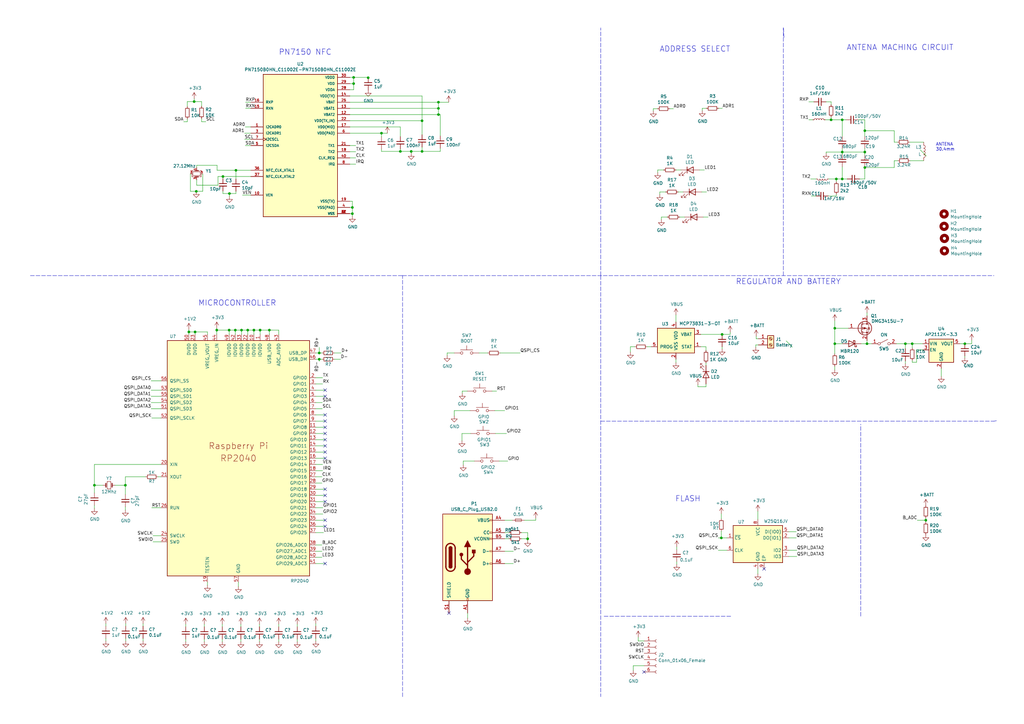
<source format=kicad_sch>
(kicad_sch (version 20211123) (generator eeschema)
  (paper "A3")
  (title_block (title "Hunter Cat NFC") (date "2020-10-05") (rev "1.2") (company "Electronic Cats") (comment 3 "Eduardo Contreras") (comment 4 "Andres Sabas"))
  (junction (at 77.47 136.144))
  (junction (at 343.027 73.406))
  (junction (at 179.832 44.45))
  (junction (at 216.408 220.98))
  (junction (at 144.526 87.63))
  (junction (at 342.392 140.97))
  (junction (at 104.14 135.382))
  (junction (at 164.211 62.103))
  (junction (at 156.464 54.61))
  (junction (at 145.034 34.29))
  (junction (at 345.44 49.149))
  (junction (at 168.656 62.103))
  (junction (at 51.435 199.009))
  (junction (at 295.8592 220.6244))
  (junction (at 345.44 62.357))
  (junction (at 96.52 135.382))
  (junction (at 354.711 62.357))
  (junction (at 91.44 72.39))
  (junction (at 374.142 140.97))
  (junction (at 296.164 137.16))
  (junction (at 340.868 49.149))
  (junction (at 345.44 73.406))
  (junction (at 110.49 135.382))
  (junction (at 96.774 69.85))
  (junction (at 379.73 213.36))
  (junction (at 94.107 79.375))
  (junction (at 79.629 41.656))
  (junction (at 342.392 134.62))
  (junction (at 151.003 31.877))
  (junction (at 179.832 46.99))
  (junction (at 354.711 68.707))
  (junction (at 130.937 147.32))
  (junction (at 371.348 140.97))
  (junction (at 80.01 136.144))
  (junction (at 80.518 78.486))
  (junction (at 99.06 135.382))
  (junction (at 130.937 144.78))
  (junction (at 395.732 140.97))
  (junction (at 144.526 85.09))
  (junction (at 145.034 31.75))
  (junction (at 173.101 49.53))
  (junction (at 179.832 41.91))
  (junction (at 355.6 140.97))
  (junction (at 38.735 199.009))
  (junction (at 173.101 62.103))
  (junction (at 354.711 53.594))
  (junction (at 101.6 135.382))
  (junction (at 106.68 135.382))
  (junction (at 88.9 135.382))
  (junction (at 93.98 135.382))
  (no_connect (at 133.35 160.02))
  (no_connect (at 133.35 162.56))
  (no_connect (at 133.35 200.66))
  (no_connect (at 133.35 203.2))
  (no_connect (at 133.35 205.74))
  (no_connect (at 133.35 213.36))
  (no_connect (at 133.35 215.9))
  (no_connect (at 133.35 185.42))
  (no_connect (at 133.35 187.96))
  (no_connect (at 133.35 170.18))
  (no_connect (at 133.35 172.72))
  (no_connect (at 133.35 175.26))
  (no_connect (at 133.35 177.8))
  (no_connect (at 133.35 180.34))
  (no_connect (at 133.35 182.88))
  (no_connect (at 264.16 275.59))
  (no_connect (at 184.15 251.46))
  (no_connect (at 133.35 231.14))
  (no_connect (at 313.3852 233.3244))
  (bus_entry (at 377.444 61.468) (size 2.54 2.54))
  (bus_entry (at 322.453 139.827) (size 2.54 2.54))
  (wire (pts (xy 287.401 137.16) (xy 296.164 137.16)))
  (wire (pts (xy 269.621 44.577) (xy 267.97 44.577)))
  (polyline (pts (xy 407.67 172.72) (xy 408.686 172.593)))
  (wire (pts (xy 173.101 62.103) (xy 180.594 62.103)))
  (wire (pts (xy 310.8452 233.3244) (xy 310.8452 235.3564)))
  (wire (pts (xy 345.44 49.149) (xy 345.44 55.88)))
  (wire (pts (xy 129.54 228.6) (xy 132.08 228.6)))
  (wire (pts (xy 286.893 69.723) (xy 288.925 69.723)))
  (wire (pts (xy 373.126 58.293) (xy 378.841 58.293)))
  (wire (pts (xy 143.51 49.53) (xy 173.101 49.53)))
  (wire (pts (xy 51.435 195.58) (xy 59.69 195.58)))
  (wire (pts (xy 98.806 262.128) (xy 98.806 263.144)))
  (wire (pts (xy 164.211 62.103) (xy 168.656 62.103)))
  (wire (pts (xy 143.51 41.91) (xy 179.832 41.91)))
  (wire (pts (xy 168.656 62.103) (xy 173.101 62.103)))
  (wire (pts (xy 51.562 256.794) (xy 51.562 255.778)))
  (wire (pts (xy 143.51 87.63) (xy 144.526 87.63)))
  (wire (pts (xy 83.82 257.048) (xy 83.82 256.032)))
  (wire (pts (xy 130.937 147.32) (xy 132.08 147.32)))
  (wire (pts (xy 277.5712 230.4034) (xy 277.5712 231.4194)))
  (wire (pts (xy 168.656 62.103) (xy 168.656 62.865)))
  (wire (pts (xy 88.9 135.382) (xy 88.9 134.62)))
  (wire (pts (xy 85.09 238.76) (xy 85.09 240.03)))
  (wire (pts (xy 151.003 31.75) (xy 151.003 31.877)))
  (wire (pts (xy 130.937 144.78) (xy 132.08 144.78)))
  (wire (pts (xy 296.164 137.16) (xy 299.466 137.16)))
  (polyline (pts (xy 321.31 113.03) (xy 321.31 11.43)))
  (wire (pts (xy 82.677 48.641) (xy 82.677 49.911)))
  (wire (pts (xy 129.54 167.64) (xy 132.207 167.64)))
  (wire (pts (xy 164.211 52.07) (xy 143.51 52.07)))
  (wire (pts (xy 295.8592 212.7504) (xy 295.8592 210.7184)))
  (wire (pts (xy 104.14 137.16) (xy 104.14 135.382)))
  (wire (pts (xy 357.505 140.97) (xy 355.6 140.97)))
  (wire (pts (xy 143.51 46.99) (xy 179.832 46.99)))
  (wire (pts (xy 289.56 142.24) (xy 289.56 143.764)))
  (wire (pts (xy 295.8592 217.8304) (xy 295.8592 220.6244)))
  (wire (pts (xy 143.51 54.61) (xy 156.464 54.61)))
  (wire (pts (xy 129.54 185.42) (xy 133.35 185.42)))
  (wire (pts (xy 277.5712 225.3234) (xy 277.5712 224.3074)))
  (wire (pts (xy 137.16 144.78) (xy 139.954 144.78)))
  (wire (pts (xy 66.04 167.64) (xy 61.976 167.64)))
  (wire (pts (xy 76.835 48.768) (xy 76.835 49.911)))
  (wire (pts (xy 366.776 58.293) (xy 368.046 58.293)))
  (wire (pts (xy 102.87 52.07) (xy 100.584 52.07)))
  (wire (pts (xy 375.92 148.59) (xy 374.142 148.59)))
  (wire (pts (xy 193.04 177.8) (xy 189.484 177.8)))
  (wire (pts (xy 271.272 89.027) (xy 271.272 90.043)))
  (wire (pts (xy 354.711 62.357) (xy 345.44 62.357)))
  (wire (pts (xy 145.034 34.29) (xy 145.034 31.75)))
  (polyline (pts (xy 353.06 215.4428) (xy 353.06 173.99)))
  (wire (pts (xy 129.54 157.48) (xy 132.334 157.48)))
  (wire (pts (xy 129.54 187.96) (xy 133.35 187.96)))
  (wire (pts (xy 340.868 49.149) (xy 338.455 49.149)))
  (wire (pts (xy 258.572 142.24) (xy 258.572 144.399)))
  (wire (pts (xy 129.54 162.56) (xy 133.35 162.56)))
  (wire (pts (xy 202.946 168.402) (xy 207.01 168.402)))
  (wire (pts (xy 354.711 53.594) (xy 366.776 53.594)))
  (wire (pts (xy 345.44 60.96) (xy 345.44 62.357)))
  (wire (pts (xy 371.348 148.082) (xy 371.348 149.098)))
  (wire (pts (xy 66.04 160.02) (xy 61.976 160.02)))
  (wire (pts (xy 143.51 34.29) (xy 145.034 34.29)))
  (wire (pts (xy 38.735 190.5) (xy 38.735 199.009)))
  (wire (pts (xy 343.027 73.406) (xy 339.852 73.406)))
  (wire (pts (xy 129.54 200.66) (xy 133.35 200.66)))
  (wire (pts (xy 207.01 220.98) (xy 208.788 220.98)))
  (wire (pts (xy 66.04 190.5) (xy 38.735 190.5)))
  (wire (pts (xy 323.5452 228.2444) (xy 326.8472 228.2444)))
  (wire (pts (xy 352.044 49.149) (xy 354.711 49.149)))
  (wire (pts (xy 83.185 78.486) (xy 80.518 78.486)))
  (wire (pts (xy 288.417 89.027) (xy 290.449 89.027)))
  (wire (pts (xy 342.392 134.62) (xy 342.392 131.572)))
  (wire (pts (xy 137.16 147.32) (xy 139.7 147.32)))
  (wire (pts (xy 91.44 78.359) (xy 91.44 79.375)))
  (wire (pts (xy 219.71 213.36) (xy 219.71 212.598)))
  (wire (pts (xy 204.724 189.103) (xy 208.28 189.103)))
  (wire (pts (xy 38.735 208.534) (xy 38.735 207.264)))
  (wire (pts (xy 355.6 140.97) (xy 353.187 140.97)))
  (wire (pts (xy 143.51 59.69) (xy 145.923 59.69)))
  (wire (pts (xy 89.408 72.39) (xy 91.44 72.39)))
  (wire (pts (xy 129.54 205.74) (xy 133.35 205.74)))
  (wire (pts (xy 96.774 73.406) (xy 96.774 69.85)))
  (wire (pts (xy 132.08 195.58) (xy 129.54 195.58)))
  (wire (pts (xy 99.06 137.16) (xy 99.06 135.382)))
  (wire (pts (xy 80.645 75.946) (xy 89.408 75.946)))
  (wire (pts (xy 76.2 257.048) (xy 76.2 256.032)))
  (wire (pts (xy 66.04 165.1) (xy 61.976 165.1)))
  (wire (pts (xy 91.186 257.048) (xy 91.186 256.032)))
  (wire (pts (xy 83.82 262.128) (xy 83.82 263.144)))
  (wire (pts (xy 179.832 46.99) (xy 179.832 44.45)))
  (polyline (pts (xy 299.72 252.73) (xy 247.65 252.73)))
  (wire (pts (xy 269.748 69.723) (xy 269.748 70.739)))
  (wire (pts (xy 342.392 150.241) (xy 342.392 151.638)))
  (wire (pts (xy 66.04 222.25) (xy 62.738 222.25)))
  (wire (pts (xy 129.54 203.2) (xy 133.35 203.2)))
  (wire (pts (xy 207.01 226.06) (xy 210.566 226.06)))
  (wire (pts (xy 66.04 162.56) (xy 61.976 162.56)))
  (wire (pts (xy 395.732 146.05) (xy 395.732 146.685)))
  (wire (pts (xy 286.258 158.623) (xy 286.258 157.861)))
  (wire (pts (xy 80.518 78.486) (xy 78.105 78.486)))
  (wire (pts (xy 259.715 273.05) (xy 259.715 274.955)))
  (wire (pts (xy 66.04 195.58) (xy 64.77 195.58)))
  (wire (pts (xy 43.434 256.794) (xy 43.434 255.778)))
  (wire (pts (xy 144.526 85.09) (xy 144.526 82.55)))
  (wire (pts (xy 88.9 135.382) (xy 93.98 135.382)))
  (wire (pts (xy 164.211 61.087) (xy 164.211 62.103)))
  (wire (pts (xy 310.007 141.478) (xy 310.007 142.367)))
  (wire (pts (xy 93.98 135.382) (xy 96.52 135.382)))
  (wire (pts (xy 311.023 138.938) (xy 310.134 138.938)))
  (wire (pts (xy 179.832 41.91) (xy 184.023 41.91)))
  (wire (pts (xy 66.04 219.71) (xy 62.738 219.71)))
  (wire (pts (xy 102.87 44.45) (xy 100.711 44.45)))
  (wire (pts (xy 287.401 142.24) (xy 289.56 142.24)))
  (wire (pts (xy 343.027 74.549) (xy 343.027 73.406)))
  (wire (pts (xy 143.51 62.23) (xy 145.923 62.23)))
  (wire (pts (xy 215.138 213.36) (xy 219.71 213.36)))
  (wire (pts (xy 129.54 231.14) (xy 133.35 231.14)))
  (wire (pts (xy 96.52 137.16) (xy 96.52 135.382)))
  (wire (pts (xy 343.027 79.629) (xy 343.027 80.391)))
  (wire (pts (xy 354.711 63.627) (xy 354.711 62.357)))
  (wire (pts (xy 114.3 135.382) (xy 110.49 135.382)))
  (wire (pts (xy 129.54 218.44) (xy 132.715 218.44)))
  (wire (pts (xy 288.036 44.45) (xy 288.036 45.339)))
  (wire (pts (xy 355.6 129.54) (xy 355.6 128.27)))
  (wire (pts (xy 102.87 54.61) (xy 100.33 54.61)))
  (wire (pts (xy 76.835 49.911) (xy 75.311 49.911)))
  (wire (pts (xy 354.711 73.406) (xy 354.711 68.707)))
  (polyline (pts (xy 321.31 11.43) (xy 321.564 15.367)))
  (wire (pts (xy 347.472 73.406) (xy 345.44 73.406)))
  (wire (pts (xy 76.835 41.656) (xy 79.629 41.656)))
  (wire (pts (xy 216.408 220.98) (xy 216.408 221.615)))
  (wire (pts (xy 66.04 156.21) (xy 61.976 156.21)))
  (wire (pts (xy 287.782 78.74) (xy 289.814 78.74)))
  (wire (pts (xy 299.466 137.16) (xy 299.466 136.271)))
  (wire (pts (xy 129.54 213.36) (xy 133.35 213.36)))
  (wire (pts (xy 298.1452 220.6244) (xy 295.8592 220.6244)))
  (wire (pts (xy 333.375 49.149) (xy 331.724 49.149)))
  (wire (pts (xy 51.562 261.874) (xy 51.562 262.89)))
  (wire (pts (xy 121.92 262.128) (xy 121.92 263.144)))
  (wire (pts (xy 143.51 36.83) (xy 145.034 36.83)))
  (wire (pts (xy 143.51 67.31) (xy 145.923 67.31)))
  (wire (pts (xy 289.56 148.844) (xy 289.56 149.86)))
  (wire (pts (xy 156.464 62.103) (xy 164.211 62.103)))
  (wire (pts (xy 144.526 87.63) (xy 144.526 88.646)))
  (wire (pts (xy 129.54 208.28) (xy 132.461 208.28)))
  (wire (pts (xy 129.54 160.02) (xy 133.35 160.02)))
  (wire (pts (xy 121.92 257.048) (xy 121.92 256.032)))
  (wire (pts (xy 366.776 65.913) (xy 366.776 68.707)))
  (wire (pts (xy 106.426 257.048) (xy 106.426 256.032)))
  (wire (pts (xy 379.73 212.4202) (xy 379.73 213.36)))
  (wire (pts (xy 91.44 72.39) (xy 102.87 72.39)))
  (wire (pts (xy 340.868 49.149) (xy 345.44 49.149)))
  (wire (pts (xy 273.05 78.74) (xy 270.637 78.74)))
  (wire (pts (xy 156.464 54.61) (xy 156.464 56.134)))
  (wire (pts (xy 374.142 148.59) (xy 374.142 147.828)))
  (wire (pts (xy 101.6 135.382) (xy 104.14 135.382)))
  (wire (pts (xy 76.835 43.688) (xy 76.835 41.656)))
  (wire (pts (xy 261.747 261.366) (xy 261.747 262.89)))
  (wire (pts (xy 80.645 67.818) (xy 80.645 68.707)))
  (wire (pts (xy 145.034 36.83) (xy 145.034 34.29)))
  (wire (pts (xy 89.027 67.818) (xy 80.645 67.818)))
  (wire (pts (xy 96.52 135.382) (xy 99.06 135.382)))
  (wire (pts (xy 273.685 89.027) (xy 271.272 89.027)))
  (wire (pts (xy 276.225 44.577) (xy 274.701 44.577)))
  (wire (pts (xy 279.273 69.723) (xy 277.241 69.723)))
  (wire (pts (xy 323.5452 220.6244) (xy 326.5932 220.6244)))
  (wire (pts (xy 333.756 41.783) (xy 331.724 41.783)))
  (wire (pts (xy 129.54 261.874) (xy 129.54 262.89)))
  (polyline (pts (xy 246.38 172.72) (xy 407.67 172.72)))
  (wire (pts (xy 101.6 137.16) (xy 101.6 135.382)))
  (wire (pts (xy 93.98 137.16) (xy 93.98 135.382)))
  (wire (pts (xy 82.677 49.911) (xy 84.455 49.911)))
  (wire (pts (xy 277.241 132.08) (xy 277.241 129.159)))
  (wire (pts (xy 129.54 210.82) (xy 132.461 210.82)))
  (wire (pts (xy 340.868 41.783) (xy 338.836 41.783)))
  (wire (pts (xy 345.44 68.453) (xy 345.44 73.406)))
  (wire (pts (xy 186.309 144.78) (xy 183.388 144.78)))
  (wire (pts (xy 77.47 137.16) (xy 77.47 136.144)))
  (wire (pts (xy 310.134 138.938) (xy 310.134 137.922)))
  (wire (pts (xy 213.868 218.44) (xy 216.408 218.44)))
  (wire (pts (xy 66.04 208.28) (xy 62.23 208.28)))
  (wire (pts (xy 77.47 136.144) (xy 77.47 135.128)))
  (wire (pts (xy 51.435 209.169) (xy 51.435 207.899)))
  (wire (pts (xy 106.68 135.382) (xy 106.68 137.16)))
  (wire (pts (xy 130.937 148.209) (xy 130.937 147.32)))
  (wire (pts (xy 379.73 213.36) (xy 379.73 214.1728)))
  (polyline (pts (xy 246.38 113.03) (xy 246.38 11.43)))
  (wire (pts (xy 96.774 79.375) (xy 94.107 79.375)))
  (wire (pts (xy 129.54 144.78) (xy 130.937 144.78)))
  (wire (pts (xy 345.44 62.357) (xy 338.836 62.357)))
  (wire (pts (xy 375.92 143.51) (xy 375.92 148.59)))
  (wire (pts (xy 129.54 190.5) (xy 132.334 190.5)))
  (wire (pts (xy 129.54 147.32) (xy 130.937 147.32)))
  (wire (pts (xy 88.9 137.16) (xy 88.9 135.382)))
  (wire (pts (xy 272.161 69.723) (xy 269.748 69.723)))
  (wire (pts (xy 398.526 140.97) (xy 398.526 139.573)))
  (wire (pts (xy 395.732 140.97) (xy 398.526 140.97)))
  (wire (pts (xy 51.435 199.009) (xy 51.435 202.819)))
  (wire (pts (xy 201.803 160.401) (xy 203.708 160.401)))
  (wire (pts (xy 91.44 73.279) (xy 91.44 72.39)))
  (wire (pts (xy 82.677 41.656) (xy 82.677 43.561)))
  (wire (pts (xy 371.348 140.97) (xy 374.142 140.97)))
  (wire (pts (xy 114.3 257.048) (xy 114.3 256.032)))
  (wire (pts (xy 189.992 190.627) (xy 189.992 189.103)))
  (polyline (pts (xy 12.446 113.03) (xy 165.1 113.03)))
  (wire (pts (xy 367.665 140.97) (xy 371.348 140.97)))
  (wire (pts (xy 114.3 262.128) (xy 114.3 263.144)))
  (wire (pts (xy 343.027 80.391) (xy 339.725 80.391)))
  (wire (pts (xy 58.674 256.794) (xy 58.674 255.778)))
  (wire (pts (xy 144.526 87.63) (xy 144.526 85.09)))
  (wire (pts (xy 374.142 142.748) (xy 374.142 140.97)))
  (wire (pts (xy 323.5452 218.0844) (xy 326.5932 218.0844)))
  (wire (pts (xy 207.772 177.8) (xy 203.2 177.8)))
  (wire (pts (xy 173.101 60.325) (xy 173.101 62.103)))
  (wire (pts (xy 173.101 39.37) (xy 173.101 49.53)))
  (wire (pts (xy 295.8592 220.6244) (xy 294.5892 220.6244)))
  (wire (pts (xy 143.51 39.37) (xy 173.101 39.37)))
  (wire (pts (xy 79.629 41.656) (xy 82.677 41.656)))
  (wire (pts (xy 173.101 49.53) (xy 173.101 55.245)))
  (wire (pts (xy 267.97 44.577) (xy 267.97 45.466)))
  (wire (pts (xy 371.348 143.002) (xy 371.348 140.97)))
  (wire (pts (xy 345.44 62.357) (xy 345.44 63.373)))
  (wire (pts (xy 145.034 31.75) (xy 143.51 31.75)))
  (wire (pts (xy 144.526 82.55) (xy 143.51 82.55)))
  (wire (pts (xy 66.04 171.45) (xy 62.23 171.45)))
  (wire (pts (xy 340.868 48.006) (xy 340.868 49.149)))
  (wire (pts (xy 378.46 143.51) (xy 375.92 143.51)))
  (wire (pts (xy 129.54 177.8) (xy 133.35 177.8)))
  (wire (pts (xy 97.79 238.76) (xy 97.79 240.538)))
  (wire (pts (xy 129.54 193.04) (xy 132.334 193.04)))
  (wire (pts (xy 129.54 223.52) (xy 132.08 223.52)))
  (wire (pts (xy 104.14 135.382) (xy 106.68 135.382)))
  (wire (pts (xy 51.435 195.58) (xy 51.435 199.009)))
  (wire (pts (xy 342.392 140.97) (xy 342.392 134.62)))
  (wire (pts (xy 189.611 160.401) (xy 189.611 161.29)))
  (wire (pts (xy 102.87 41.91) (xy 100.711 41.91)))
  (wire (pts (xy 164.211 56.007) (xy 164.211 52.07)))
  (wire (pts (xy 354.711 68.707) (xy 366.776 68.707)))
  (wire (pts (xy 79.629 41.656) (xy 79.629 40.513)))
  (wire (pts (xy 129.54 226.06) (xy 132.08 226.06)))
  (wire (pts (xy 189.484 177.8) (xy 189.484 180.721)))
  (wire (pts (xy 94.107 79.375) (xy 94.107 80.518)))
  (polyline (pts (xy 246.38 113.03) (xy 246.38 285.75)))
  (wire (pts (xy 354.711 53.594) (xy 354.711 55.88)))
  (wire (pts (xy 270.637 78.74) (xy 270.637 79.756)))
  (wire (pts (xy 338.836 62.357) (xy 338.836 62.865)))
  (wire (pts (xy 58.674 261.874) (xy 58.674 262.89)))
  (wire (pts (xy 143.51 64.77) (xy 145.923 64.77)))
  (wire (pts (xy 342.392 140.97) (xy 342.392 145.161)))
  (wire (pts (xy 89.027 69.85) (xy 89.027 67.818)))
  (wire (pts (xy 334.645 80.391) (xy 332.74 80.391)))
  (wire (pts (xy 186.309 168.402) (xy 186.309 170.561)))
  (wire (pts (xy 102.87 57.15) (xy 100.33 57.15)))
  (wire (pts (xy 180.594 62.103) (xy 180.594 60.833)))
  (wire (pts (xy 96.774 78.486) (xy 96.774 79.375)))
  (wire (pts (xy 129.54 182.88) (xy 133.35 182.88)))
  (polyline (pts (xy 353.06 252.73) (xy 353.06 215.4428)))
  (wire (pts (xy 368.173 65.913) (xy 366.776 65.913)))
  (wire (pts (xy 129.54 180.34) (xy 133.35 180.34)))
  (wire (pts (xy 192.786 168.402) (xy 186.309 168.402)))
  (wire (pts (xy 106.426 262.128) (xy 106.426 263.144)))
  (wire (pts (xy 345.44 49.149) (xy 346.964 49.149)))
  (wire (pts (xy 89.027 69.85) (xy 96.774 69.85)))
  (wire (pts (xy 289.56 157.48) (xy 289.56 158.623)))
  (wire (pts (xy 110.49 135.382) (xy 106.68 135.382)))
  (wire (pts (xy 99.06 135.382) (xy 101.6 135.382)))
  (wire (pts (xy 38.735 199.009) (xy 42.164 199.009)))
  (wire (pts (xy 179.832 46.99) (xy 180.594 46.99)))
  (wire (pts (xy 129.54 175.26) (xy 133.35 175.26)))
  (wire (pts (xy 143.51 44.45) (xy 179.832 44.45)))
  (wire (pts (xy 145.034 31.75) (xy 151.003 31.75)))
  (polyline (pts (xy 165.1 285.75) (xy 165.1 113.03)))
  (wire (pts (xy 156.464 54.61) (xy 158.877 54.61)))
  (wire (pts (xy 354.711 62.357) (xy 354.711 60.96)))
  (wire (pts (xy 205.105 144.78) (xy 213.36 144.78)))
  (wire (pts (xy 76.2 262.128) (xy 76.2 263.144)))
  (wire (pts (xy 132.08 198.12) (xy 129.54 198.12)))
  (wire (pts (xy 298.1452 225.7044) (xy 294.5892 225.7044)))
  (wire (pts (xy 347.98 134.62) (xy 342.392 134.62)))
  (wire (pts (xy 129.54 154.94) (xy 132.334 154.94)))
  (wire (pts (xy 345.567 140.97) (xy 342.392 140.97)))
  (wire (pts (xy 85.09 137.16) (xy 85.09 136.144)))
  (wire (pts (xy 85.09 136.144) (xy 80.01 136.144)))
  (wire (pts (xy 345.44 73.406) (xy 343.027 73.406)))
  (wire (pts (xy 323.5452 225.7044) (xy 326.8472 225.7044)))
  (wire (pts (xy 114.3 137.16) (xy 114.3 135.382)))
  (wire (pts (xy 207.01 213.36) (xy 210.058 213.36)))
  (wire (pts (xy 179.832 44.45) (xy 179.832 41.91)))
  (wire (pts (xy 43.434 261.874) (xy 43.434 262.89)))
  (wire (pts (xy 280.162 78.74) (xy 278.13 78.74)))
  (wire (pts (xy 80.01 136.144) (xy 80.01 137.16)))
  (wire (pts (xy 289.56 158.623) (xy 286.258 158.623)))
  (wire (pts (xy 264.16 273.05) (xy 259.715 273.05)))
  (wire (pts (xy 129.54 172.72) (xy 133.35 172.72)))
  (wire (pts (xy 78.105 78.486) (xy 78.105 71.247)))
  (wire (pts (xy 102.87 59.69) (xy 100.584 59.69)))
  (wire (pts (xy 102.87 69.85) (xy 96.774 69.85)))
  (wire (pts (xy 102.87 80.01) (xy 99.441 80.01)))
  (polyline (pts (xy 165.1 113.03) (xy 407.67 113.03)))
  (wire (pts (xy 80.645 73.787) (xy 80.645 75.946)))
  (wire (pts (xy 196.469 144.78) (xy 200.025 144.78)))
  (wire (pts (xy 91.44 79.375) (xy 94.107 79.375)))
  (wire (pts (xy 354.711 49.149) (xy 354.711 53.594)))
  (wire (pts (xy 261.747 262.89) (xy 264.16 262.89)))
  (wire (pts (xy 156.464 61.214) (xy 156.464 62.103)))
  (wire (pts (xy 143.51 85.09) (xy 144.526 85.09)))
  (wire (pts (xy 207.01 231.14) (xy 210.566 231.14)))
  (wire (pts (xy 311.023 141.478) (xy 310.007 141.478)))
  (wire (pts (xy 83.185 71.247) (xy 83.185 78.486)))
  (wire (pts (xy 289.687 44.45) (xy 288.036 44.45)))
  (wire (pts (xy 352.552 73.406) (xy 354.711 73.406)))
  (wire (pts (xy 191.77 251.46) (xy 191.77 253.492)))
  (wire (pts (xy 267.081 142.24) (xy 265.43 142.24)))
  (wire (pts (xy 334.772 73.406) (xy 332.486 73.406)))
  (wire (pts (xy 213.868 220.98) (xy 216.408 220.98)))
  (wire (pts (xy 191.643 160.401) (xy 189.611 160.401)))
  (wire (pts (xy 129.54 256.794) (xy 129.54 255.778)))
  (wire (pts (xy 355.6 139.7) (xy 355.6 140.97)))
  (wire (pts (xy 340.868 42.926) (xy 340.868 41.783)))
  (wire (pts (xy 98.806 257.048) (xy 98.806 256.032)))
  (wire (pts (xy 91.186 262.128) (xy 91.186 263.144)))
  (wire (pts (xy 277.241 147.32) (xy 277.241 148.717)))
  (wire (pts (xy 378.46 140.97) (xy 374.142 140.97)))
  (wire (pts (xy 296.291 44.45) (xy 294.767 44.45)))
  (wire (pts (xy 296.164 142.24) (xy 296.164 143.129)))
  (wire (pts (xy 280.797 89.027) (xy 278.765 89.027)))
  (wire (pts (xy 129.54 170.18) (xy 133.35 170.18)))
  (wire (pts (xy 366.776 53.594) (xy 366.776 58.293)))
  (wire (pts (xy 379.73 213.36) (xy 376.1994 213.36)))
  (wire (pts (xy 373.253 65.913) (xy 378.841 65.913)))
  (wire (pts (xy 130.937 142.494) (xy 130.937 144.78)))
  (wire (pts (xy 260.35 142.24) (xy 258.572 142.24)))
  (wire (pts (xy 207.01 218.44) (xy 208.788 218.44)))
  (wire (pts (xy 89.408 75.946) (xy 89.408 72.39)))
  (wire (pts (xy 47.244 199.009) (xy 51.435 199.009)))
  (wire (pts (xy 310.8452 213.0044) (xy 310.8452 209.7024)))
  (wire (pts (xy 386.08 151.13) (xy 386.08 154.305)))
  (wire (pts (xy 216.408 218.44) (xy 216.408 220.98)))
  (wire (pts (xy 110.49 137.16) (xy 110.49 135.382)))
  (wire (pts (xy 180.594 46.99) (xy 180.594 55.753)))
  (wire (pts (xy 38.735 199.009) (xy 38.735 202.184)))
  (wire (pts (xy 129.54 165.1) (xy 132.207 165.1)))
  (wire (pts (xy 189.992 189.103) (xy 194.564 189.103)))
  (wire (pts (xy 183.388 144.78) (xy 183.388 145.796)))
  (wire (pts (xy 77.47 136.144) (xy 80.01 136.144)))
  (wire (pts (xy 129.54 215.9) (xy 133.35 215.9)))
  (wire (pts (xy 393.7 140.97) (xy 395.732 140.97)))
  (text "ADDRESS SELECT" (at 270.51 21.59 0) (effects (font (size 2.2606 2.2606)) (justify left bottom)))
  (text "PN7150 NFC" (at 114.3 22.86 0) (effects (font (size 2.2606 2.2606)) (justify left bottom)))
  (text "ANTENA MACHING CIRCUIT" (at 347.218 20.955 0) (effects (font (size 2.2606 2.2606)) (justify left bottom)))
  (text "REGULATOR AND BATTERY" (at 301.752 116.967 0) (effects (font (size 2.2606 2.2606)) (justify left bottom)))
  (text "MICROCONTROLLER" (at 81.28 125.73 0) (effects (font (size 2.2606 2.2606)) (justify left bottom)))
  (text "FLASH" (at 276.9362 206.0194 0) (effects (font (size 2.2606 2.2606)) (justify left bottom)))
  (text "ANTENA\n30.4mm\n" (at 383.794 62.103 0) (effects (font (size 1.27 1.27)) (justify left bottom)))
  (label "RXN" (at 332.74 80.391 180))
  (label "GPIO2" (at 132.461 210.82 0))
  (label "QSPI_DATA2" (at 326.8472 225.7044 0))
  (label "QSPI_SCK" (at 294.5892 225.7044 180))
  (label "QSPI_CS" (at 294.5892 220.6244 180))
  (label "D+" (at 210.566 231.14 0))
  (label "SDA" (at 75.311 49.911 180))
  (label "GPIO1" (at 132.461 208.28 0))
  (label "QSPI_DATA3" (at 326.8472 228.2444 0))
  (label "TX1" (at 145.923 59.69 0))
  (label "RXP" (at 331.724 41.783 180))
  (label "QSPI_CS" (at 61.976 156.21 180))
  (label "D+" (at 139.954 144.78 0))
  (label "TX2" (at 145.923 62.23 0))
  (label "LED1" (at 132.715 218.44 0))
  (label "QSPI_DATA0" (at 326.5932 218.0844 0))
  (label "RST" (at 264.16 267.97 180))
  (label "RST" (at 62.23 208.28 0))
  (label "B_ADC" (at 132.08 223.52 0))
  (label "RST" (at 203.708 160.401 0))
  (label "SWDIO" (at 62.738 222.25 180))
  (label "RXP" (at 100.711 41.91 0))
  (label "D-" (at 210.566 226.06 0))
  (label "ADR1" (at 296.291 44.45 0))
  (label "SWDIO" (at 264.16 265.43 180))
  (label "QSPI_CS" (at 213.36 144.78 0))
  (label "LED2" (at 132.08 226.06 0))
  (label "SWCLK" (at 264.16 270.51 180))
  (label "GPIO" (at 208.28 189.103 0))
  (label "D-" (at 139.7 147.32 0))
  (label "TX" (at 132.334 154.94 0))
  (label "SDA" (at 132.207 165.1 0))
  (label "ADR0" (at 276.225 44.577 0))
  (label "SWCLK" (at 62.738 219.71 180))
  (label "VEN" (at 99.441 80.01 0))
  (label "CLK" (at 132.08 195.58 0))
  (label "SCL" (at 100.33 57.15 0))
  (label "ADR0" (at 100.584 52.07 180))
  (label "RXN" (at 100.711 44.45 0))
  (label "B_ADC" (at 376.1994 213.36 180))
  (label "LED3" (at 132.08 228.6 0))
  (label "QSPI_DATA1" (at 326.5932 220.6244 0))
  (label "QSPI_DATA0" (at 61.976 160.02 180))
  (label "TX1" (at 331.724 49.149 180))
  (label "SCL" (at 132.207 167.64 0))
  (label "LED3" (at 290.449 89.027 0))
  (label "TX2" (at 332.486 73.406 180))
  (label "RX" (at 132.334 157.48 0))
  (label "GPIO" (at 132.08 198.12 0))
  (label "LED1" (at 288.925 69.723 0))
  (label "GPIO1" (at 207.01 168.402 0))
  (label "SDA" (at 100.584 59.69 0))
  (label "SCL" (at 84.455 49.911 0))
  (label "QSPI_SCK" (at 62.23 171.45 180))
  (label "QSPI_DATA3" (at 61.976 167.64 180))
  (label "VEN" (at 132.334 190.5 0))
  (label "CLK" (at 145.923 64.77 0))
  (label "QSPI_DATA2" (at 61.976 165.1 180))
  (label "RD+" (at 130.937 142.494 90))
  (label "ADR1" (at 100.33 54.61 180))
  (label "LED2" (at 289.814 78.74 0))
  (label "IRQ" (at 132.334 193.04 0))
  (label "GPIO2" (at 207.772 177.8 0))
  (label "QSPI_DATA1" (at 61.976 162.56 180))
  (label "IRQ" (at 145.923 67.31 0))
  (label "RD-" (at 130.937 148.209 270))
  (symbol (lib_id "power:GND") (at 144.526 88.646 0) (unit 1)
    (property "Reference" "#PWR07" (effects hide))
    (property "Value" "GND" (at 144.653 93.0402 0))
  )
  (symbol (lib_id "Device:C_Small") (at 96.774 75.946 0) (unit 1)
    (property "Reference" "C4" (at 99.1108 74.7776 0) (effects (justify left)))
    (property "Value" "10pF" (at 99.1108 77.089 0) (effects (justify left)))
    (property "Footprint" "Capacitor_SMD:C_0603_1608Metric_Pad1.05x0.95mm_HandSolder" (effects hide))
    (property "manf#" "885012007076" (effects hide))
    (property "provedor" "LCSC" (effects hide))
  )
  (symbol (lib_id "Device:C_Small") (at 91.44 75.819 0) (unit 1)
    (property "Reference" "C3" (at 92.456 74.041 0) (effects (justify left)))
    (property "Value" "10pF" (at 85.979 77.47 0) (effects (justify left)))
    (property "Footprint" "Capacitor_SMD:C_0603_1608Metric_Pad1.05x0.95mm_HandSolder" (effects hide))
    (property "manf#" "885012007076" (effects hide))
    (property "provedor" "LCSC" (effects hide))
  )
  (symbol (lib_id "Device:Crystal_GND24_Small") (at 80.645 71.247 270) (unit 1)
    (property "Reference" "Y1" (at 84.3026 70.0786 90) (effects (justify left)))
    (property "Value" "27.12Mhz" (at 70.993 68.072 90) (effects (justify left)))
    (property "Footprint" "Crystal:Crystal_SMD_2016-4Pin_2.0x1.6mm" (effects hide))
    (property "Datasheet" "https://www.mouser.mx/datasheet/2/122/ecx_1637-12794.pdf" (effects hide))
    (property "manf#" "520-271.2-6-37-JTNT" (effects hide))
    (property "provedor" "MOUSER" (effects hide))
    (property "LCSC#" "-" (effects hide))
  )
  (symbol (lib_id "power:GND") (at 94.107 80.518 0) (unit 1)
    (property "Reference" "#PWR06" (effects hide))
    (property "Value" "GND" (at 94.234 84.9122 0))
  )
  (symbol (lib_id "Device:C_Small") (at 173.101 57.785 0) (unit 1)
    (property "Reference" "C8" (at 175.4378 56.6166 0) (effects (justify left)))
    (property "Value" "1uF" (at 175.4378 58.928 0) (effects (justify left)))
    (property "Footprint" "Capacitor_SMD:C_0603_1608Metric_Pad1.05x0.95mm_HandSolder" (effects hide))
    (property "manf#" "885012207078" (effects hide))
    (property "provedor" "LCSC" (effects hide))
    (property "LCSC#" "C26413" (effects hide))
  )
  (symbol (lib_id "Device:C_Small") (at 156.464 58.674 0) (unit 1)
    (property "Reference" "C6" (at 158.8008 57.5056 0) (effects (justify left)))
    (property "Value" "1uF" (at 158.8008 59.817 0) (effects (justify left)))
    (property "Footprint" "Capacitor_SMD:C_0603_1608Metric_Pad1.05x0.95mm_HandSolder" (effects hide))
    (property "manf#" "885012207078" (effects hide))
    (property "provedor" "LCSC" (effects hide))
    (property "LCSC#" "C26413" (effects hide))
  )
  (symbol (lib_id "Device:C_Small") (at 164.211 58.547 0) (unit 1)
    (property "Reference" "C7" (at 166.5478 57.3786 0) (effects (justify left)))
    (property "Value" "100nF" (at 166.5478 59.69 0) (effects (justify left)))
    (property "Footprint" "Capacitor_SMD:C_0603_1608Metric_Pad1.05x0.95mm_HandSolder" (effects hide))
    (property "manf#" "885012207072" (effects hide))
    (property "provedor" "LCSC" (effects hide))
    (property "LCSC#" "C387984" (effects hide))
  )
  (symbol (lib_id "Device:C_Small") (at 180.594 58.293 0) (unit 1)
    (property "Reference" "C9" (at 182.9308 57.1246 0) (effects (justify left)))
    (property "Value" "100nF" (at 182.9308 59.436 0) (effects (justify left)))
    (property "Footprint" "Capacitor_SMD:C_0603_1608Metric_Pad1.05x0.95mm_HandSolder" (effects hide))
    (property "manf#" "885012207072" (effects hide))
    (property "provedor" "LCSC" (effects hide))
    (property "LCSC#" "C387984" (effects hide))
  )
  (symbol (lib_id "power:GND") (at 168.656 62.865 0) (unit 1)
    (property "Reference" "#PWR015" (effects hide))
    (property "Value" "GND" (at 168.783 67.2592 0))
  )
  (symbol (lib_id "Device:C_Small") (at 151.003 34.417 0) (unit 1)
    (property "Reference" "C5" (at 153.3398 33.2486 0) (effects (justify left)))
    (property "Value" "1uF" (at 153.3398 35.56 0) (effects (justify left)))
    (property "Footprint" "Capacitor_SMD:C_0603_1608Metric_Pad1.05x0.95mm_HandSolder" (effects hide))
    (property "manf#" "885012207078" (effects hide))
    (property "provedor" "LCSC" (effects hide))
    (property "LCSC#" "C26413" (effects hide))
  )
  (symbol (lib_id "power:GND") (at 151.003 36.957 0) (unit 1)
    (property "Reference" "#PWR08" (effects hide))
    (property "Value" "GND" (at 151.13 41.3512 0))
  )
  (symbol (lib_id "HunterCat-NFC-rescue:AP2112K-3.3-Regulator_Linear") (at 386.08 143.51 0) (unit 1)
    (property "Reference" "U4" (at 386.08 134.8232 0))
    (property "Value" "AP2112K-3.3" (at 386.08 137.1346 0))
    (property "Footprint" "Package_TO_SOT_SMD:SOT-23-5" (effects hide))
    (property "Datasheet" "https://www.diodes.com/assets/Datasheets/AP2112.pdf" (effects hide))
    (property "manf#" "AP2112K-3.3" (effects hide))
    (property "provedor" "MOUSER" (effects hide))
    (property "LCSC#" "-" (effects hide))
  )
  (symbol (lib_id "Device:C_Small") (at 336.296 41.783 270) (unit 1)
    (property "Reference" "C10" (at 336.296 35.9664 90))
    (property "Value" "1nF/16V" (at 336.296 38.2778 90))
    (property "Footprint" "Capacitor_SMD:C_0603_1608Metric_Pad1.05x0.95mm_HandSolder" (effects hide))
    (property "manf#" "CC0201JRX7R7BB102" (effects hide))
    (property "provedor" "MOUSER" (effects hide))
  )
  (symbol (lib_id "Device:C_Small") (at 349.504 49.149 270) (unit 1)
    (property "Reference" "C14" (at 352.171 50.165 90))
    (property "Value" "100pF/50V" (at 355.854 47.625 90))
    (property "Footprint" "Capacitor_SMD:C_0603_1608Metric_Pad1.05x0.95mm_HandSolder" (effects hide))
    (property "manf#" "06035A101JAT4A" (effects hide))
    (property "provedor" "MOUSER" (effects hide))
  )
  (symbol (lib_id "Device:C_Small") (at 345.44 58.42 0) (unit 1)
    (property "Reference" "C12" (at 341.63 56.896 0) (effects (justify left)))
    (property "Value" "680pF" (at 345.44 60.071 0) (effects (justify left)))
    (property "Footprint" "Capacitor_SMD:C_0603_1608Metric_Pad1.05x0.95mm_HandSolder" (effects hide))
    (property "manf#" "885012206107" (effects hide))
    (property "provedor" "MOUSER" (effects hide))
  )
  (symbol (lib_id "Device:C_Small") (at 354.711 58.42 0) (unit 1)
    (property "Reference" "C19" (at 354.965 60.071 0) (effects (justify left)))
    (property "Value" "120pF" (at 354.711 56.515 0) (effects (justify left)))
    (property "Footprint" "Capacitor_SMD:C_0603_1608Metric_Pad1.05x0.95mm_HandSolder" (effects hide))
    (property "manf#" "C0603C121J5GAC" (effects hide))
    (property "provedor" "LCSC" (effects hide))
  )
  (symbol (lib_id "Device:C_Small") (at 345.44 65.913 0) (unit 1)
    (property "Reference" "C13" (at 341.63 64.262 0) (effects (justify left)))
    (property "Value" "680pF" (at 345.694 64.135 0) (effects (justify left)))
    (property "Footprint" "Capacitor_SMD:C_0603_1608Metric_Pad1.05x0.95mm_HandSolder" (effects hide))
    (property "manf#" "885012206107" (effects hide))
    (property "provedor" "MOUSER" (effects hide))
  )
  (symbol (lib_id "Device:C_Small") (at 354.711 66.167 0) (unit 1)
    (property "Reference" "C20" (at 354.584 64.516 0) (effects (justify left)))
    (property "Value" "120pF" (at 354.838 67.691 0) (effects (justify left)))
    (property "Footprint" "Capacitor_SMD:C_0603_1608Metric_Pad1.05x0.95mm_HandSolder" (effects hide))
    (property "manf#" "C0603C121J5GAC" (effects hide))
    (property "provedor" "LCSC" (effects hide))
  )
  (symbol (lib_id "Device:C_Small") (at 350.012 73.406 270) (unit 1)
    (property "Reference" "C18" (at 353.822 76.708 90))
    (property "Value" "100pF/50V" (at 354.076 74.93 90))
    (property "Footprint" "Capacitor_SMD:C_0603_1608Metric_Pad1.05x0.95mm_HandSolder" (effects hide))
    (property "manf#" "06035A101JAT4A" (effects hide))
    (property "provedor" "MOUSER" (effects hide))
  )
  (symbol (lib_id "Device:C_Small") (at 337.185 80.391 270) (unit 1)
    (property "Reference" "C11" (at 334.645 79.375 90))
    (property "Value" "1nF/16V" (at 342.138 81.407 90))
    (property "Footprint" "Capacitor_SMD:C_0603_1608Metric_Pad1.05x0.95mm_HandSolder" (effects hide))
    (property "manf#" "CC0201JRX7R7BB102" (effects hide))
    (property "provedor" "MOUSER" (effects hide))
  )
  (symbol (lib_id "Device:L_Small") (at 337.312 73.406 270) (unit 1)
    (property "Reference" "L2" (at 337.312 72.136 90))
    (property "Value" "160nH" (at 337.312 75.057 90))
    (property "Footprint" "Inductor_SMD:L_0603_1608Metric_Pad1.05x0.95mm_HandSolder" (effects hide))
    (property "manf#" "MLJ1608WR16JT000" (effects hide))
    (property "LCSC#" "C434822" (effects hide))
    (property "provedor" "LCSC" (effects hide))
  )
  (symbol (lib_id "Device:L_Small") (at 335.915 49.149 90) (unit 1)
    (property "Reference" "L1" (at 335.915 44.45 90))
    (property "Value" "160nH" (at 335.915 46.7614 90))
    (property "Footprint" "Inductor_SMD:L_0603_1608Metric_Pad1.05x0.95mm_HandSolder" (effects hide))
    (property "manf#" "MLJ1608WR16JT000" (effects hide))
    (property "LCSC#" "C434822" (effects hide))
    (property "provedor" "LCSC" (effects hide))
  )
  (symbol (lib_id "Device:R_Small") (at 340.868 45.466 0) (unit 1)
    (property "Reference" "R11" (at 342.3666 44.2976 0) (effects (justify left)))
    (property "Value" "2k2" (at 342.3666 46.609 0) (effects (justify left)))
    (property "Footprint" "Resistor_SMD:R_0603_1608Metric_Pad1.05x0.95mm_HandSolder" (effects hide))
    (property "manf#" "RC0603JR-072K2L" (effects hide))
    (property "LCSC#" "C217937" (effects hide))
    (property "provedor" "LCSC" (effects hide))
  )
  (symbol (lib_id "Device:R_Small") (at 343.027 77.089 0) (unit 1)
    (property "Reference" "R13" (at 344.5256 75.9206 0) (effects (justify left)))
    (property "Value" "2k2" (at 344.5256 78.232 0) (effects (justify left)))
    (property "Footprint" "Resistor_SMD:R_0603_1608Metric_Pad1.05x0.95mm_HandSolder" (effects hide))
    (property "manf#" "RC0603JR-072K2L" (effects hide))
    (property "LCSC#" "C217937" (effects hide))
    (property "provedor" "LCSC" (effects hide))
  )
  (symbol (lib_id "Device:R_Small") (at 370.713 65.913 270) (unit 1)
    (property "Reference" "R15" (at 370.713 64.262 90))
    (property "Value" "3.24R" (at 370.713 67.691 90))
    (property "Footprint" "Resistor_SMD:R_0603_1608Metric_Pad1.05x0.95mm_HandSolder" (effects hide))
    (property "manf#" "RC0603FR-073R4L" (effects hide))
    (property "provedor" "MOUSER" (effects hide))
  )
  (symbol (lib_id "Device:R_Small") (at 370.586 58.293 270) (unit 1)
    (property "Reference" "R14" (at 370.586 56.642 90))
    (property "Value" "3.24R" (at 370.586 60.071 90))
    (property "Footprint" "Resistor_SMD:R_0603_1608Metric_Pad1.05x0.95mm_HandSolder" (effects hide))
    (property "manf#" "RC0603FR-073R4L" (effects hide))
    (property "provedor" "MOUSER" (effects hide))
  )
  (symbol (lib_id "power:+3V3") (at 158.877 54.61 0) (unit 1)
    (property "Reference" "#PWR09" (effects hide))
    (property "Value" "+3V3" (at 159.258 50.2158 0))
  )
  (symbol (lib_id "Device:R_Small") (at 76.835 46.228 0) (unit 1)
    (property "Reference" "R1" (at 78.3336 45.0596 0) (effects (justify left)))
    (property "Value" "10K" (at 78.3336 47.371 0) (effects (justify left)))
    (property "Footprint" "Resistor_SMD:R_0603_1608Metric_Pad1.05x0.95mm_HandSolder" (effects hide))
    (property "manf#" "-" (effects hide))
    (property "LCSC#" "C15401" (effects hide))
    (property "provedor" "LCSC" (effects hide))
  )
  (symbol (lib_id "Device:R_Small") (at 82.677 46.101 0) (unit 1)
    (property "Reference" "R2" (at 84.1756 44.9326 0) (effects (justify left)))
    (property "Value" "10K" (at 84.1756 47.244 0) (effects (justify left)))
    (property "Footprint" "Resistor_SMD:R_0603_1608Metric_Pad1.05x0.95mm_HandSolder" (effects hide))
    (property "manf#" "-" (effects hide))
    (property "LCSC#" "C15401" (effects hide))
    (property "provedor" "LCSC" (effects hide))
  )
  (symbol (lib_id "power:GND") (at 338.836 62.865 0) (unit 1)
    (property "Reference" "#PWR025" (effects hide))
    (property "Value" "GND" (at 338.963 67.2592 0))
  )
  (symbol (lib_id "power:+3V3") (at 79.629 40.513 0) (unit 1)
    (property "Reference" "#PWR02" (effects hide))
    (property "Value" "+3V3" (at 80.01 36.1188 0))
  )
  (symbol (lib_id "Switch:SW_Push") (at 196.723 160.401 0) (unit 1)
    (property "Reference" "SW1" (at 196.723 153.162 0))
    (property "Value" "RESET" (at 196.723 155.4734 0))
    (property "Footprint" "Button_Switch_SMD:SW_SPST_TL3342" (effects hide))
    (property "manf#" "-" (effects hide))
    (property "LCSC#" "C318890" (effects hide))
    (property "provedor" "LCSC" (effects hide))
  )
  (symbol (lib_id "Device:LED") (at 283.083 69.723 0) (unit 1)
    (property "Reference" "D1" (at 282.9052 64.2366 0))
    (property "Value" "LED" (at 282.9052 66.548 0))
    (property "Footprint" "LED_SMD:LED_0805_2012Metric_Pad1.15x1.40mm_HandSolder" (effects hide))
    (property "manf#" "-" (effects hide))
    (property "provedor" "LCSC" (effects hide))
    (property "LCSC#" "C130114" (effects hide))
  )
  (symbol (lib_id "Device:R_Small") (at 274.701 69.723 270) (unit 1)
    (property "Reference" "R4" (at 274.701 64.7446 90))
    (property "Value" "1K" (at 274.701 67.056 90))
    (property "Footprint" "Resistor_SMD:R_0603_1608Metric_Pad1.05x0.95mm_HandSolder" (effects hide))
    (property "manf#" "CRCW08051K50FKEAC" (effects hide))
    (property "LCSC#" "C517454" (effects hide))
    (property "provedor" "LCSC" (effects hide))
  )
  (symbol (lib_id "power:GND") (at 269.748 70.739 0) (unit 1)
    (property "Reference" "#PWR011" (effects hide))
    (property "Value" "GND" (at 269.875 75.1332 0))
  )
  (symbol (lib_id "power:GND") (at 189.611 161.29 0) (unit 1)
    (property "Reference" "#PWR013" (effects hide))
    (property "Value" "GND" (at 189.738 165.6842 0))
  )
  (symbol (lib_id "Device:R_Small") (at 272.161 44.577 270) (unit 1)
    (property "Reference" "R5" (at 272.161 39.5986 90))
    (property "Value" "100K" (at 272.161 41.91 90))
    (property "Footprint" "Resistor_SMD:R_0603_1608Metric_Pad1.05x0.95mm_HandSolder" (effects hide))
    (property "manf#" "ERJ6RBD1003V" (effects hide))
    (property "LCSC#" "C15458" (effects hide))
    (property "provedor" "LCSC" (effects hide))
  )
  (symbol (lib_id "power:GND") (at 267.97 45.466 0) (unit 1)
    (property "Reference" "#PWR012" (effects hide))
    (property "Value" "GND" (at 268.097 49.8602 0))
  )
  (symbol (lib_id "Device:R_Small") (at 292.227 44.45 270) (unit 1)
    (property "Reference" "R3" (at 292.227 39.4716 90))
    (property "Value" "100K" (at 292.227 41.783 90))
    (property "Footprint" "Resistor_SMD:R_0603_1608Metric_Pad1.05x0.95mm_HandSolder" (effects hide))
    (property "manf#" "ERJ6RBD1003V" (effects hide))
    (property "LCSC#" "C15458" (effects hide))
    (property "provedor" "LCSC" (effects hide))
  )
  (symbol (lib_id "power:GND") (at 288.036 45.339 0) (unit 1)
    (property "Reference" "#PWR010" (effects hide))
    (property "Value" "GND" (at 288.163 49.7332 0))
  )
  (symbol (lib_id "Device:L") (at 378.841 62.103 0) (unit 1)
    (property "Reference" "L3" (at 375.539 60.325 0) (effects (justify left)))
    (property "Value" "L" (at 376.682 63.246 0) (effects (justify left)))
    (property "Footprint" "hunter-cat-nfc:NFC-antenna30.4x30.4mm" (effects hide))
    (property "LCSC#" "-" (effects hide))
    (property "manf#" "-" (effects hide))
    (property "provedor" "-" (effects hide))
  )
  (symbol (lib_id "power:GND") (at 386.08 154.305 0) (unit 1)
    (property "Reference" "#PWR031" (effects hide))
    (property "Value" "GND" (at 386.207 158.6992 0))
  )
  (symbol (lib_id "power:+3V3") (at 398.526 139.573 0) (unit 1)
    (property "Reference" "#PWR033" (effects hide))
    (property "Value" "+3V3" (at 398.907 135.1788 0))
  )
  (symbol (lib_id "power:VBUS") (at 342.392 131.572 0) (unit 1)
    (property "Reference" "#PWR029" (effects hide))
    (property "Value" "VBUS" (at 342.773 127.1778 0))
  )
  (symbol (lib_id "HunterCat-NFC-rescue:USB_C_Plug_USB2.0-Connector") (at 191.77 228.6 0) (unit 1)
    (property "Reference" "P1" (at 194.4878 206.5782 0))
    (property "Value" "USB_C_Plug_USB2.0" (at 194.4878 208.8896 0))
    (property "Footprint" "Connectors:C393939" (effects hide))
    (property "Datasheet" "https://www.usb.org/sites/default/files/documents/usb_type-c.zip" (effects hide))
    (property "manf#" "-" (effects hide))
    (property "LCSC#" "C393939" (effects hide))
    (property "provedor" "LCSC" (effects hide))
  )
  (symbol (lib_id "power:GND") (at 191.77 253.492 0) (unit 1)
    (property "Reference" "#PWR014" (effects hide))
    (property "Value" "GND" (at 191.897 257.8862 0))
  )
  (symbol (lib_id "Device:Fuse_Small") (at 212.598 213.36 0) (unit 1)
    (property "Reference" "F1" (at 212.598 208.661 0))
    (property "Value" "0.5A" (at 212.598 210.9724 0))
    (property "Footprint" "Fuse:Fuse_0603_1608Metric_Pad1.05x0.95mm_HandSolder" (effects hide))
    (property "manf#" "MFU0805FF00500P100" (effects hide))
    (property "provedor" "MOUSER" (effects hide))
    (property "LCSC#" "-" (effects hide))
  )
  (symbol (lib_id "power:VBUS") (at 219.71 212.598 0) (unit 1)
    (property "Reference" "#PWR021" (effects hide))
    (property "Value" "VBUS" (at 220.091 208.2038 0))
  )
  (symbol (lib_id "Device:R_Small") (at 211.328 218.44 270) (unit 1)
    (property "Reference" "R8" (at 208.407 217.424 90))
    (property "Value" "5k1" (at 211.201 216.916 90))
    (property "Footprint" "Resistor_SMD:R_0603_1608Metric_Pad1.05x0.95mm_HandSolder" (effects hide))
    (property "manf#" "CR0805-FX-5101ELF" (effects hide))
    (property "LCSC#" "C131715" (effects hide))
    (property "provedor" "LCSC" (effects hide))
  )
  (symbol (lib_id "Device:R_Small") (at 211.328 220.98 270) (unit 1)
    (property "Reference" "R9" (at 208.661 219.964 90))
    (property "Value" "5k1" (at 211.455 222.377 90))
    (property "Footprint" "Resistor_SMD:R_0603_1608Metric_Pad1.05x0.95mm_HandSolder" (effects hide))
    (property "manf#" "CR0805-FX-5101ELF" (effects hide))
    (property "LCSC#" "C131715" (effects hide))
    (property "provedor" "LCSC" (effects hide))
  )
  (symbol (lib_id "power:GND") (at 216.408 221.615 0) (unit 1)
    (property "Reference" "#PWR020" (effects hide))
    (property "Value" "GND" (at 216.535 226.0092 0))
  )
  (symbol (lib_id "Battery_Management:MCP73831-3-OT") (at 277.241 139.7 0) (unit 1)
    (property "Reference" "U3" (at 272.796 132.842 0))
    (property "Value" "MCP73831-3-OT" (at 287.02 132.715 0))
    (property "Footprint" "Package_TO_SOT_SMD:SOT-23-5" (effects hide))
    (property "Datasheet" "http://ww1.microchip.com/downloads/en/DeviceDoc/20001984g.pdf" (effects hide))
    (property "manf#" "MCP73831-3-OT" (effects hide))
    (property "provedor" "MOUSER" (effects hide))
    (property "LCSC#" "-" (effects hide))
  )
  (symbol (lib_id "Device:R_Small") (at 262.89 142.24 270) (unit 1)
    (property "Reference" "R10" (at 262.89 137.2616 90))
    (property "Value" "1K" (at 262.89 139.573 90))
    (property "Footprint" "Resistor_SMD:R_0603_1608Metric_Pad1.05x0.95mm_HandSolder" (effects hide))
    (property "manf#" "CRCW08051K50FKEAC" (effects hide))
    (property "LCSC#" "C517454" (effects hide))
    (property "provedor" "LCSC" (effects hide))
  )
  (symbol (lib_id "Device:R_Small") (at 379.73 209.8802 0) (unit 1)
    (property "Reference" "R19" (at 381.2286 208.7118 0) (effects (justify left)))
    (property "Value" "100K" (at 381.2286 211.0232 0) (effects (justify left)))
    (property "Footprint" "Resistor_SMD:R_0603_1608Metric_Pad1.05x0.95mm_HandSolder" (effects hide))
    (property "manf#" "ERJ6RBD1003V" (effects hide))
    (property "LCSC#" "C15458" (effects hide))
    (property "provedor" "LCSC" (effects hide))
  )
  (symbol (lib_id "Device:R_Small") (at 379.73 216.7128 0) (unit 1)
    (property "Reference" "R20" (at 381.2286 215.5444 0) (effects (justify left)))
    (property "Value" "100K" (at 381.2286 217.8558 0) (effects (justify left)))
    (property "Footprint" "Resistor_SMD:R_0603_1608Metric_Pad1.05x0.95mm_HandSolder" (effects hide))
    (property "manf#" "ERJ6RBD1003V" (effects hide))
    (property "LCSC#" "C15458" (effects hide))
    (property "provedor" "LCSC" (effects hide))
  )
  (symbol (lib_id "power:GND") (at 277.241 148.717 0) (unit 1)
    (property "Reference" "#PWR024" (effects hide))
    (property "Value" "GND" (at 277.368 153.1112 0))
  )
  (symbol (lib_id "power:VBUS") (at 277.241 129.159 0) (unit 1)
    (property "Reference" "#PWR023" (effects hide))
    (property "Value" "VBUS" (at 277.622 124.7648 0))
  )
  (symbol (lib_id "power:+BATT") (at 379.73 207.3402 0) (unit 1)
    (property "Reference" "#PWR0107" (effects hide))
    (property "Value" "+BATT" (at 380.111 202.946 0))
  )
  (symbol (lib_id "power:GND") (at 379.73 219.2528 0) (unit 1)
    (property "Reference" "#PWR0108" (effects hide))
    (property "Value" "GND" (at 379.857 223.647 0))
  )
  (symbol (lib_id "Device:LED") (at 289.56 153.67 270) (unit 1)
    (property "Reference" "D2" (at 291.5412 152.3238 90) (effects (justify left)))
    (property "Value" "LED" (at 291.5412 154.6352 90) (effects (justify left)))
    (property "Footprint" "LED_SMD:LED_0805_2012Metric_Pad1.15x1.40mm_HandSolder" (effects hide))
    (property "manf#" "-" (effects hide))
    (property "provedor" "LCSC" (effects hide))
    (property "LCSC#" "C205441" (effects hide))
  )
  (symbol (lib_id "Device:R_Small") (at 289.56 146.304 0) (unit 1)
    (property "Reference" "R12" (at 291.0586 145.1356 0) (effects (justify left)))
    (property "Value" "1K" (at 291.0586 147.447 0) (effects (justify left)))
    (property "Footprint" "Resistor_SMD:R_0603_1608Metric_Pad1.05x0.95mm_HandSolder" (effects hide))
    (property "manf#" "CRCW08051K50FKEAC" (effects hide))
    (property "LCSC#" "C517454" (effects hide))
    (property "provedor" "LCSC" (effects hide))
  )
  (symbol (lib_id "power:VBUS") (at 286.258 157.861 0) (unit 1)
    (property "Reference" "#PWR026" (effects hide))
    (property "Value" "VBUS" (at 285.369 154.178 0))
  )
  (symbol (lib_id "Device:C_Small") (at 296.164 139.7 0) (unit 1)
    (property "Reference" "C16" (at 298.5008 138.5316 0) (effects (justify left)))
    (property "Value" "10uF" (at 298.5008 140.843 0) (effects (justify left)))
    (property "Footprint" "Capacitor_SMD:C_0603_1608Metric_Pad1.05x0.95mm_HandSolder" (effects hide))
    (property "manf#" "C0805C106K9PACTU" (effects hide))
    (property "provedor" "LCSC" (effects hide))
    (property "LCSC#" "C326057" (effects hide))
  )
  (symbol (lib_id "power:GND") (at 296.164 143.129 0) (unit 1)
    (property "Reference" "#PWR027" (effects hide))
    (property "Value" "GND" (at 296.291 147.5232 0))
  )
  (symbol (lib_id "power:+BATT") (at 299.466 136.271 0) (unit 1)
    (property "Reference" "#PWR028" (effects hide))
    (property "Value" "+BATT" (at 299.847 131.8768 0))
  )
  (symbol (lib_id "power:GND") (at 258.572 144.399 0) (unit 1)
    (property "Reference" "#PWR022" (effects hide))
    (property "Value" "GND" (at 258.699 148.7932 0))
  )
  (symbol (lib_id "Device:R_Small") (at 374.142 145.288 0) (unit 1)
    (property "Reference" "R16" (at 375.6406 144.1196 0) (effects (justify left)))
    (property "Value" "10K" (at 375.6406 146.431 0) (effects (justify left)))
    (property "Footprint" "Resistor_SMD:R_0603_1608Metric_Pad1.05x0.95mm_HandSolder" (effects hide))
    (property "manf#" "-" (effects hide))
    (property "LCSC#" "C15401" (effects hide))
    (property "provedor" "LCSC" (effects hide))
  )
  (symbol (lib_id "Device:C_Small") (at 371.348 145.542 0) (unit 1)
    (property "Reference" "C23" (at 367.157 143.891 0) (effects (justify left)))
    (property "Value" "10uF" (at 365.633 147.574 0) (effects (justify left)))
    (property "Footprint" "Capacitor_SMD:C_0603_1608Metric_Pad1.05x0.95mm_HandSolder" (effects hide))
    (property "manf#" "C0805C106K9PACTU" (effects hide))
    (property "provedor" "LCSC" (effects hide))
    (property "LCSC#" "C326057" (effects hide))
  )
  (symbol (lib_id "Device:C_Small") (at 395.732 143.51 0) (unit 1)
    (property "Reference" "C24" (at 398.0688 142.3416 0) (effects (justify left)))
    (property "Value" "10uF" (at 398.0688 144.653 0) (effects (justify left)))
    (property "Footprint" "Capacitor_SMD:C_0603_1608Metric_Pad1.05x0.95mm_HandSolder" (effects hide))
    (property "manf#" "C0805C106K9PACTU" (effects hide))
    (property "provedor" "LCSC" (effects hide))
    (property "LCSC#" "C326057" (effects hide))
  )
  (symbol (lib_id "power:GND") (at 371.348 149.098 0) (unit 1)
    (property "Reference" "#PWR030" (effects hide))
    (property "Value" "GND" (at 371.475 153.4922 0))
  )
  (symbol (lib_id "power:GND") (at 395.732 146.685 0) (unit 1)
    (property "Reference" "#PWR032" (effects hide))
    (property "Value" "GND" (at 397.256 149.987 0))
  )
  (symbol (lib_id "Connector:Screw_Terminal_01x02") (at 316.103 138.938 0) (unit 1)
    (property "Reference" "J1" (at 318.135 139.1412 0) (effects (justify left)))
    (property "Value" "Battery" (at 318.135 141.4526 0) (effects (justify left)))
    (property "Footprint" "Connector_PinSocket_2.54mm:PinSocket_2x01_P2.54mm_Vertical_SMD" (effects hide))
    (property "LCSC#" "-" (effects hide))
    (property "manf#" "-" (effects hide))
    (property "provedor" "-" (effects hide))
  )
  (symbol (lib_id "power:GND") (at 310.007 142.367 0) (unit 1)
    (property "Reference" "#PWR0101" (effects hide))
    (property "Value" "GND" (at 310.134 146.7612 0))
  )
  (symbol (lib_id "power:+BATT") (at 310.134 137.922 0) (unit 1)
    (property "Reference" "#PWR0102" (effects hide))
    (property "Value" "+BATT" (at 310.515 133.5278 0))
  )
  (symbol (lib_id "Device:LED") (at 283.972 78.74 0) (unit 1)
    (property "Reference" "D3" (at 283.7942 73.2536 0))
    (property "Value" "LED" (at 283.7942 75.565 0))
    (property "Footprint" "LED_SMD:LED_0805_2012Metric_Pad1.15x1.40mm_HandSolder" (effects hide))
    (property "manf#" "-" (effects hide))
    (property "provedor" "LCSC" (effects hide))
    (property "LCSC#" "C205442" (effects hide))
  )
  (symbol (lib_id "Device:R_Small") (at 275.59 78.74 270) (unit 1)
    (property "Reference" "R17" (at 275.59 73.7616 90))
    (property "Value" "1K" (at 275.59 76.073 90))
    (property "Footprint" "Resistor_SMD:R_0603_1608Metric_Pad1.05x0.95mm_HandSolder" (effects hide))
    (property "manf#" "CRCW08051K50FKEAC" (effects hide))
    (property "LCSC#" "C517454" (effects hide))
    (property "provedor" "LCSC" (effects hide))
  )
  (symbol (lib_id "power:GND") (at 270.637 79.756 0) (unit 1)
    (property "Reference" "#PWR0103" (effects hide))
    (property "Value" "GND" (at 270.764 84.1502 0))
  )
  (symbol (lib_id "Device:LED") (at 284.607 89.027 0) (unit 1)
    (property "Reference" "D4" (at 284.4292 83.5406 0))
    (property "Value" "LED" (at 284.4292 85.852 0))
    (property "Footprint" "LED_SMD:LED_0805_2012Metric_Pad1.15x1.40mm_HandSolder" (effects hide))
    (property "manf#" "-" (effects hide))
    (property "provedor" "LCSC" (effects hide))
    (property "LCSC#" "C84261" (effects hide))
  )
  (symbol (lib_id "Device:R_Small") (at 276.225 89.027 270) (unit 1)
    (property "Reference" "R18" (at 276.225 84.0486 90))
    (property "Value" "1K" (at 276.225 86.36 90))
    (property "Footprint" "Resistor_SMD:R_0603_1608Metric_Pad1.05x0.95mm_HandSolder" (effects hide))
    (property "manf#" "CRCW08051K50FKEAC" (effects hide))
    (property "LCSC#" "C517454" (effects hide))
    (property "provedor" "LCSC" (effects hide))
  )
  (symbol (lib_id "power:GND") (at 271.272 90.043 0) (unit 1)
    (property "Reference" "#PWR0104" (effects hide))
    (property "Value" "GND" (at 271.399 94.4372 0))
  )
  (symbol (lib_id "hunter-cat-nfc:PN7150B0HN_C11002E-PN7150B0HN_C11002E") (at 123.19 59.69 0) (unit 1)
    (property "Reference" "U2" (at 123.19 26.2382 0))
    (property "Value" "PN7150B0HN_C11002E-PN7150B0HN_C11002E" (at 123.19 28.5496 0))
    (property "Footprint" "Package_DFN_QFN:QFN-40-1EP_6x6mm_P0.5mm_EP4.6x4.6mm" (effects hide))
    (property "Datasheet" "https://www.mouser.mx/datasheet/2/302/PN7150-1386066.pdf" (effects hide))
    (property "manf#" "PN7150B0HN/C11002" (effects hide))
    (property "provedor" "MOUSER" (effects hide))
    (property "LCSC#" "-" (effects hide))
  )
  (symbol (lib_id "power:+3V3") (at 184.023 41.91 0) (unit 1)
    (property "Reference" "#PWR017" (effects hide))
    (property "Value" "+3V3" (at 184.404 37.5158 0))
  )
  (symbol (lib_id "power:GND") (at 80.518 78.486 0) (unit 1)
    (property "Reference" "#PWR0105" (effects hide))
    (property "Value" "GND" (at 80.645 82.8802 0))
  )
  (symbol (lib_id "Switch:SW_Push") (at 197.866 168.402 0) (unit 1)
    (property "Reference" "SW2" (at 198.501 172.974 0))
    (property "Value" "GPIO" (at 198.374 170.942 0))
    (property "Footprint" "Button_Switch_SMD:SW_SPST_TL3342" (effects hide))
    (property "manf#" "-" (effects hide))
    (property "LCSC#" "C318890" (effects hide))
    (property "provedor" "LCSC" (effects hide))
  )
  (symbol (lib_id "power:GND") (at 186.309 170.561 0) (unit 1)
    (property "Reference" "#PWR038" (effects hide))
    (property "Value" "GND" (at 186.436 174.9552 0))
  )
  (symbol (lib_id "Connector:Conn_01x06_Female") (at 269.24 267.97 0) (unit 1)
    (property "Reference" "J2" (at 269.9512 268.5796 0) (effects (justify left)))
    (property "Value" "Conn_01x06_Female" (at 269.9512 270.891 0) (effects (justify left)))
    (property "Footprint" "Connector:Tag-Connect_TC2030-IDC-NL_2x03_P1.27mm_Vertical" (effects hide))
    (property "LCSC#" "-" (effects hide))
    (property "manf#" "-" (effects hide))
    (property "provedor" "-" (effects hide))
  )
  (symbol (lib_id "power:+3V3") (at 261.747 261.366 0) (unit 1)
    (property "Reference" "#PWR019" (effects hide))
    (property "Value" "+3V3" (at 262.128 256.9718 0))
  )
  (symbol (lib_id "power:GND") (at 259.715 274.955 0) (unit 1)
    (property "Reference" "#PWR018" (effects hide))
    (property "Value" "GND" (at 259.842 279.3492 0))
  )
  (symbol (lib_id "Device:R_Small") (at 342.392 147.701 0) (unit 1)
    (property "Reference" "R6" (at 343.8906 146.5326 0) (effects (justify left)))
    (property "Value" "100K" (at 343.8906 148.844 0) (effects (justify left)))
    (property "Footprint" "Resistor_SMD:R_0603_1608Metric_Pad1.05x0.95mm_HandSolder" (effects hide))
    (property "manf#" "ERJ6RBD1003V" (effects hide))
    (property "LCSC#" "C15458" (effects hide))
    (property "provedor" "LCSC" (effects hide))
  )
  (symbol (lib_id "power:GND") (at 342.392 151.638 0) (unit 1)
    (property "Reference" "#PWR0106" (effects hide))
    (property "Value" "GND" (at 342.519 156.0322 0))
  )
  (symbol (lib_id "power:+BATT") (at 355.6 128.27 0) (unit 1)
    (property "Reference" "#PWR0109" (effects hide))
    (property "Value" "+BATT" (at 355.981 123.8758 0))
  )
  (symbol (lib_id "Diode:MBR340") (at 349.377 140.97 180) (unit 1)
    (property "Reference" "D5" (at 346.202 139.954 0))
    (property "Value" "MBR120" (at 348.488 144.018 0))
    (property "Footprint" "Diode_SMD:D_SOD-123F" (effects hide))
    (property "Datasheet" "http://www.onsemi.com/pub_link/Collateral/MBR340-D.PDF" (effects hide))
    (property "provedor" "LCSC" (effects hide))
    (property "LCSC#" "C723989" (effects hide))
    (property "manf#" "-" (effects hide))
  )
  (symbol (lib_id "Switch:SW_Push") (at 198.12 177.8 0) (unit 1)
    (property "Reference" "SW3" (at 198.755 182.372 0))
    (property "Value" "GPIO1" (at 198.628 180.34 0))
    (property "Footprint" "Button_Switch_SMD:SW_SPST_TL3342" (effects hide))
    (property "manf#" "-" (effects hide))
    (property "LCSC#" "C318890" (effects hide))
    (property "provedor" "LCSC" (effects hide))
  )
  (symbol (lib_id "power:GND") (at 189.484 180.721 0) (unit 1)
    (property "Reference" "#PWR0113" (effects hide))
    (property "Value" "GND" (at 189.611 185.1152 0))
  )
  (symbol (lib_id "power:GND") (at 189.992 190.627 0) (unit 1)
    (property "Reference" "#PWR0112" (effects hide))
    (property "Value" "GND" (at 190.119 195.0212 0))
  )
  (symbol (lib_id "Switch:SW_Push") (at 199.644 189.103 0) (unit 1)
    (property "Reference" "SW4" (at 200.279 193.675 0))
    (property "Value" "GPIO2" (at 200.152 191.643 0))
    (property "Footprint" "Button_Switch_SMD:SW_SPST_TL3342" (effects hide))
    (property "manf#" "-" (effects hide))
    (property "LCSC#" "C318890" (effects hide))
    (property "provedor" "LCSC" (effects hide))
  )
  (symbol (lib_id "Mechanical:MountingHole") (at 387.223 92.837 0) (unit 1)
    (property "Reference" "H2" (at 389.763 91.6686 0) (effects (justify left)))
    (property "Value" "MountingHole" (at 389.763 93.98 0) (effects (justify left)))
    (property "Footprint" "MountingHole:MountingHole_2.2mm_M2" (effects hide))
    (property "LCSC#" "-" (effects hide))
    (property "manf#" "-" (effects hide))
    (property "provedor" "-" (effects hide))
  )
  (symbol (lib_id "Mechanical:MountingHole") (at 387.35 97.79 0) (unit 1)
    (property "Reference" "H3" (at 389.89 96.6216 0) (effects (justify left)))
    (property "Value" "MountingHole" (at 389.89 98.933 0) (effects (justify left)))
    (property "Footprint" "MountingHole:MountingHole_2.2mm_M2" (effects hide))
    (property "LCSC#" "-" (effects hide))
    (property "manf#" "-" (effects hide))
    (property "provedor" "-" (effects hide))
  )
  (symbol (lib_id "Mechanical:MountingHole") (at 387.35 102.87 0) (unit 1)
    (property "Reference" "H4" (at 389.89 101.7016 0) (effects (justify left)))
    (property "Value" "MountingHole" (at 389.89 104.013 0) (effects (justify left)))
    (property "Footprint" "MountingHole:MountingHole_2.2mm_M2" (effects hide))
    (property "LCSC#" "-" (effects hide))
    (property "manf#" "-" (effects hide))
    (property "provedor" "-" (effects hide))
  )
  (symbol (lib_id "Mechanical:MountingHole") (at 387.223 87.757 0) (unit 1)
    (property "Reference" "H1" (at 389.763 86.5886 0) (effects (justify left)))
    (property "Value" "MountingHole" (at 389.763 88.9 0) (effects (justify left)))
    (property "Footprint" "MountingHole:MountingHole_2.2mm_M2" (effects hide))
    (property "LCSC#" "-" (effects hide))
    (property "manf#" "-" (effects hide))
    (property "provedor" "-" (effects hide))
  )
  (symbol (lib_id "Switch:SW_SPST") (at 362.585 140.97 0) (unit 1)
    (property "Reference" "SW5" (at 362.585 143.002 0))
    (property "Value" "ON" (at 362.585 137.3124 0))
    (property "Footprint" "hunter-cat-nfc:Micro_interruptor_SPDT" (effects hide))
    (property "LCSC#" "-" (effects hide))
    (property "manf#" "-" (effects hide))
    (property "provedor" "-" (effects hide))
  )
  (symbol (lib_id "Device:Q_PMOS_GSD") (at 353.06 134.62 0) (unit 1)
    (property "Reference" "Q1" (at 357.124 129.54 0) (effects (justify left)))
    (property "Value" "DMG3415U-7" (at 357.378 131.699 0) (effects (justify left)))
    (property "Footprint" "Package_TO_SOT_SMD:SOT-23" (effects hide))
    (property "Datasheet" "https://www.mouser.mx/datasheet/2/115/ds31735-64958.pdf" (effects hide))
    (property "LCSC#" "C96616" (effects hide))
    (property "manf#" "-" (effects hide))
    (property "provedor" "LCSC" (effects hide))
  )
  (symbol (lib_id "power:GND") (at 51.435 209.169 0) (unit 1)
    (property "Reference" "#PWR?" (effects hide))
    (property "Value" "GND" (at 51.562 213.5632 0))
  )
  (symbol (lib_id "power:GND") (at 183.388 145.796 0) (unit 1)
    (property "Reference" "#PWR?" (effects hide))
    (property "Value" "GND" (at 183.515 150.1902 0))
  )
  (symbol (lib_id "power:GND") (at 310.8452 235.3564 0) (unit 1)
    (property "Reference" "#PWR?" (effects hide))
    (property "Value" "GND" (at 310.9722 239.7506 0))
  )
  (symbol (lib_id "power:+3V3") (at 98.806 256.032 0) (unit 1)
    (property "Reference" "#PWR?" (effects hide))
    (property "Value" "+3V3" (at 99.187 251.6378 0))
  )
  (symbol (lib_id "power:GND") (at 43.434 262.89 0) (unit 1)
    (property "Reference" "#PWR?" (effects hide))
    (property "Value" "GND" (at 43.561 267.2842 0))
  )
  (symbol (lib_id "Device:C_Small") (at 91.186 259.588 0) (unit 1)
    (property "Reference" "C?" (at 93.5228 258.4196 0) (effects (justify left)))
    (property "Value" "0.1uF" (at 91.948 261.366 0) (effects (justify left)))
    (property "Footprint" "Capacitor_SMD:C_0603_1608Metric" (effects hide))
    (property "Datasheet" "https://lcsc.com/product-detail/Multilayer-Ceramic-Capacitors-MLCC-SMD-SMT_YAGEO-CC0402ZRY5V7BB104_C106209.html" (effects hide))
    (property "manf#" "EC" (effects hide))
  )
  (symbol (lib_id "power:GND") (at 38.735 208.534 0) (unit 1)
    (property "Reference" "#PWR?" (effects hide))
    (property "Value" "GND" (at 38.862 212.9282 0))
  )
  (symbol (lib_id "power:+3V3") (at 114.3 256.032 0) (unit 1)
    (property "Reference" "#PWR?" (effects hide))
    (property "Value" "+3V3" (at 114.681 251.6378 0))
  )
  (symbol (lib_id "Device:Crystal_Small") (at 44.704 199.009 0) (unit 1)
    (property "Reference" "Y?" (at 44.704 196.1896 0))
    (property "Value" "12Mhz" (at 44.704 201.6506 0))
    (property "Footprint" "Crystal:Crystal_SMD_HC49-SD" (effects hide))
    (property "manf#" "ABLS-12.000MHZ-B4-T" (effects hide))
  )
  (symbol (lib_id "power:GND") (at 85.09 240.03 0) (unit 1)
    (property "Reference" "#PWR?" (effects hide))
    (property "Value" "GND" (at 85.217 244.4242 0))
  )
  (symbol (lib_id "Device:C_Small") (at 58.674 259.334 0) (unit 1)
    (property "Reference" "C?" (at 61.0108 258.1656 0) (effects (justify left)))
    (property "Value" "0.1uF" (at 61.0108 260.477 0) (effects (justify left)))
    (property "Footprint" "Capacitor_SMD:C_0603_1608Metric" (effects hide))
    (property "Datasheet" "https://lcsc.com/product-detail/Multilayer-Ceramic-Capacitors-MLCC-SMD-SMT_YAGEO-CC0402ZRY5V7BB104_C106209.html" (effects hide))
    (property "manf#" "EC" (effects hide))
  )
  (symbol (lib_id "Device:C_Small") (at 121.92 259.588 0) (unit 1)
    (property "Reference" "C?" (at 124.2568 258.4196 0) (effects (justify left)))
    (property "Value" "0.1uF" (at 122.936 261.366 0) (effects (justify left)))
    (property "Footprint" "Capacitor_SMD:C_0603_1608Metric" (effects hide))
    (property "Datasheet" "https://lcsc.com/product-detail/Multilayer-Ceramic-Capacitors-MLCC-SMD-SMT_YAGEO-CC0402ZRY5V7BB104_C106209.html" (effects hide))
    (property "manf#" "EC" (effects hide))
  )
  (symbol (lib_id "power:GND") (at 129.54 262.89 0) (unit 1)
    (property "Reference" "#PWR?" (effects hide))
    (property "Value" "GND" (at 129.667 267.2842 0))
  )
  (symbol (lib_id "Device:R_Small") (at 202.565 144.78 270) (unit 1)
    (property "Reference" "R?" (at 202.565 139.8016 90))
    (property "Value" "1K" (at 202.565 142.113 90))
    (property "Footprint" "Resistor_SMD:R_0603_1608Metric" (effects hide))
    (property "Datasheet" "https://lcsc.com/product-detail/Chip-Resistor-Surface-Mount_Walsin-Tech-Corp-Walsin-Tech-Corp-1KR-102-5_C384390.html" (effects hide))
  )
  (symbol (lib_id "power:+3V3") (at 129.54 255.778 0) (unit 1)
    (property "Reference" "#PWR?" (effects hide))
    (property "Value" "+3V3" (at 129.921 251.3838 0))
  )
  (symbol (lib_id "power:+3V3") (at 88.9 134.62 0) (unit 1)
    (property "Reference" "#PWR?" (effects hide))
    (property "Value" "+3V3" (at 89.281 130.2258 0))
  )
  (symbol (lib_id "power:+1V2") (at 43.434 255.778 0) (unit 1)
    (property "Reference" "#PWR?" (effects hide))
    (property "Value" "+1V2" (at 43.815 251.3838 0))
  )
  (symbol (lib_id "Device:C_Small") (at 43.434 259.334 0) (unit 1)
    (property "Reference" "C?" (at 45.7708 258.1656 0) (effects (justify left)))
    (property "Value" "1uF" (at 45.7708 260.477 0) (effects (justify left)))
    (property "Footprint" "Capacitor_SMD:C_0603_1608Metric" (effects hide))
    (property "Datasheet" "https://lcsc.com/product-detail/Multilayer-Ceramic-Capacitors-MLCC-SMD-SMT_muRata_GRM155R60J105KE19D_1uF-105-10-6-3V_C15684.html" (effects hide))
    (property "manf#" "EC" (effects hide))
  )
  (symbol (lib_id "Device:C_Small") (at 114.3 259.588 0) (unit 1)
    (property "Reference" "C?" (at 116.6368 258.4196 0) (effects (justify left)))
    (property "Value" "0.1uF" (at 115.57 261.112 0) (effects (justify left)))
    (property "Footprint" "Capacitor_SMD:C_0603_1608Metric" (effects hide))
    (property "Datasheet" "https://lcsc.com/product-detail/Multilayer-Ceramic-Capacitors-MLCC-SMD-SMT_YAGEO-CC0402ZRY5V7BB104_C106209.html" (effects hide))
    (property "manf#" "EC" (effects hide))
  )
  (symbol (lib_id "power:GND") (at 121.92 263.144 0) (unit 1)
    (property "Reference" "#PWR?" (effects hide))
    (property "Value" "GND" (at 122.047 267.5382 0))
  )
  (symbol (lib_id "Device:C_Small") (at 129.54 259.334 0) (unit 1)
    (property "Reference" "C?" (at 131.8768 258.1656 0) (effects (justify left)))
    (property "Value" "0.1uF" (at 130.81 261.112 0) (effects (justify left)))
    (property "Footprint" "Capacitor_SMD:C_0603_1608Metric" (effects hide))
    (property "Datasheet" "https://lcsc.com/product-detail/Multilayer-Ceramic-Capacitors-MLCC-SMD-SMT_YAGEO-CC0402ZRY5V7BB104_C106209.html" (effects hide))
    (property "manf#" "EC" (effects hide))
  )
  (symbol (lib_id "Device:C_Small") (at 83.82 259.588 0) (unit 1)
    (property "Reference" "C?" (at 86.1568 258.4196 0) (effects (justify left)))
    (property "Value" "0.1uF" (at 84.836 261.366 0) (effects (justify left)))
    (property "Footprint" "Capacitor_SMD:C_0603_1608Metric" (effects hide))
    (property "Datasheet" "https://lcsc.com/product-detail/Multilayer-Ceramic-Capacitors-MLCC-SMD-SMT_YAGEO-CC0402ZRY5V7BB104_C106209.html" (effects hide))
    (property "manf#" "EC" (effects hide))
  )
  (symbol (lib_id "power:GND") (at 76.2 263.144 0) (unit 1)
    (property "Reference" "#PWR?" (effects hide))
    (property "Value" "GND" (at 76.327 267.5382 0))
  )
  (symbol (lib_id "power:+3V3") (at 76.2 256.032 0) (unit 1)
    (property "Reference" "#PWR?" (effects hide))
    (property "Value" "+3V3" (at 76.581 251.6378 0))
  )
  (symbol (lib_id "Device:C_Small") (at 38.735 204.724 0) (unit 1)
    (property "Reference" "C?" (at 32.9184 204.724 90))
    (property "Value" "27pF" (at 35.2298 204.724 90))
    (property "Footprint" "Capacitor_SMD:C_0603_1608Metric" (effects hide))
    (property "Datasheet" "https://lcsc.com/product-detail/New-Arrivals_Chinocera-HGC0402G0220J500NTEJ_C482483.html" (effects hide))
    (property "manf#" "EC" (effects hide))
  )
  (symbol (lib_id "power:GND") (at 277.5712 231.4194 0) (unit 1)
    (property "Reference" "#PWR?" (effects hide))
    (property "Value" "GND" (at 277.6982 235.8136 0))
  )
  (symbol (lib_id "power:+1V2") (at 58.674 255.778 0) (unit 1)
    (property "Reference" "#PWR?" (effects hide))
    (property "Value" "+1V2" (at 59.055 251.3838 0))
  )
  (symbol (lib_id "power:GND") (at 106.426 263.144 0) (unit 1)
    (property "Reference" "#PWR?" (effects hide))
    (property "Value" "GND" (at 106.553 267.5382 0))
  )
  (symbol (lib_id "power:+3V3") (at 83.82 256.032 0) (unit 1)
    (property "Reference" "#PWR?" (effects hide))
    (property "Value" "+3V3" (at 84.201 251.6378 0))
  )
  (symbol (lib_id "Memory_Flash:W25Q32JVZP") (at 310.8452 223.1644 0) (unit 1)
    (property "Reference" "U?" (at 303.9872 214.0204 0))
    (property "Value" "W25Q16JV" (at 318.2112 213.7664 0))
    (property "Footprint" "Package_SO:SOIC-8_5.275x5.275mm_P1.27mm" (effects hide))
    (property "Datasheet" "https://www.mouser.mx/ProductDetail/Winbond/W25Q16JVUXIQ-TR/?qs=%2Fha2pyFaduiS2uR9HYi5HkA%252B2tQKEnSsT8O6AY%252BoxISO7oyUQiPPXw%3D%3D" (effects hide))
    (property "manf#" "W25Q16JVUXIQ" (effects hide))
  )
  (symbol (lib_id "power:GND") (at 51.562 262.89 0) (unit 1)
    (property "Reference" "#PWR?" (effects hide))
    (property "Value" "GND" (at 51.689 267.2842 0))
  )
  (symbol (lib_id "Device:R_Small") (at 134.62 147.32 270) (unit 1)
    (property "Reference" "R?" (at 134.62 149.352 90))
    (property "Value" "27" (at 134.62 147.32 90))
    (property "Footprint" "Resistor_SMD:R_0603_1608Metric" (effects hide))
    (property "Datasheet" "https://lcsc.com/product-detail/Chip-Resistor-Surface-Mount_Walsin-Tech-Corp-Walsin-Tech-Corp-27R-270-5_C384351.html" (effects hide))
  )
  (symbol (lib_id "Device:C_Small") (at 51.435 205.359 0) (unit 1)
    (property "Reference" "C?" (at 54.483 205.359 90))
    (property "Value" "27pF" (at 56.261 205.359 90))
    (property "Footprint" "Capacitor_SMD:C_0603_1608Metric" (effects hide))
    (property "Datasheet" "https://lcsc.com/product-detail/New-Arrivals_Chinocera-HGC0402G0220J500NTEJ_C482483.html" (effects hide))
    (property "manf#" "EC" (effects hide))
  )
  (symbol (lib_id "Device:R_Small") (at 134.62 144.78 270) (unit 1)
    (property "Reference" "R?" (at 134.874 143.002 90))
    (property "Value" "27" (at 134.874 144.78 90))
    (property "Footprint" "Resistor_SMD:R_0603_1608Metric" (effects hide))
    (property "Datasheet" "https://lcsc.com/product-detail/Chip-Resistor-Surface-Mount_Walsin-Tech-Corp-Walsin-Tech-Corp-27R-270-5_C384351.html" (effects hide))
  )
  (symbol (lib_id "power:+1V2") (at 77.47 135.128 0) (unit 1)
    (property "Reference" "#PWR?" (effects hide))
    (property "Value" "+1V2" (at 77.851 130.7338 0))
  )
  (symbol (lib_id "power:GND") (at 98.806 263.144 0) (unit 1)
    (property "Reference" "#PWR?" (effects hide))
    (property "Value" "GND" (at 98.933 267.5382 0))
  )
  (symbol (lib_id "Switch:SW_Push") (at 191.389 144.78 0) (unit 1)
    (property "Reference" "SW?" (at 191.389 137.541 0))
    (property "Value" "BOOT" (at 191.389 139.8524 0))
    (property "Footprint" "Button_Switch_SMD:SW_SPST_TL3342" (effects hide))
    (property "Datasheet" "https://lcsc.com/product-detail/Tactile-Switches_XUNPU-TS-1088R-02526_C455281.html" (effects hide))
    (property "manf#" "TS-1088R-02526" (effects hide))
  )
  (symbol (lib_id "PicoWAN-rescue:RP2040-MCU_RaspberryPi_and_Boards-PicoWAN-rescue-PicoWAN-rescue") (at 97.79 187.96 0) (unit 1)
    (property "Reference" "U?" (at 70.866 137.922 0))
    (property "Value" "RP2040" (at 122.936 238.252 0))
    (property "Footprint" "badge_pwnCon:RP2040-QFN-56" (effects hide))
  )
  (symbol (lib_id "power:+3V3") (at 121.92 256.032 0) (unit 1)
    (property "Reference" "#PWR?" (effects hide))
    (property "Value" "+3V3" (at 122.301 251.6378 0))
  )
  (symbol (lib_id "power:+3V3") (at 106.426 256.032 0) (unit 1)
    (property "Reference" "#PWR?" (effects hide))
    (property "Value" "+3V3" (at 106.807 251.6378 0))
  )
  (symbol (lib_id "power:+3V3") (at 91.186 256.032 0) (unit 1)
    (property "Reference" "#PWR?" (effects hide))
    (property "Value" "+3V3" (at 91.567 251.6378 0))
  )
  (symbol (lib_id "power:GND") (at 97.79 240.538 0) (unit 1)
    (property "Reference" "#PWR?" (effects hide))
    (property "Value" "GND" (at 97.917 244.9322 0))
  )
  (symbol (lib_id "power:GND") (at 83.82 263.144 0) (unit 1)
    (property "Reference" "#PWR?" (effects hide))
    (property "Value" "GND" (at 83.947 267.5382 0))
  )
  (symbol (lib_id "power:+3V3") (at 277.5712 224.3074 0) (unit 1)
    (property "Reference" "#PWR?" (effects hide))
    (property "Value" "+3V3" (at 277.9522 219.9132 0))
  )
  (symbol (lib_id "Device:C_Small") (at 277.5712 227.8634 0) (unit 1)
    (property "Reference" "C?" (at 279.908 226.695 0) (effects (justify left)))
    (property "Value" "0.1uF" (at 278.8412 229.6414 0) (effects (justify left)))
    (property "Footprint" "Capacitor_SMD:C_0603_1608Metric" (effects hide))
    (property "Datasheet" "https://lcsc.com/product-detail/Multilayer-Ceramic-Capacitors-MLCC-SMD-SMT_YAGEO-CC0402ZRY5V7BB104_C106209.html" (effects hide))
    (property "manf#" "EC" (effects hide))
  )
  (symbol (lib_id "power:+1V2") (at 51.562 255.778 0) (unit 1)
    (property "Reference" "#PWR?" (effects hide))
    (property "Value" "+1V2" (at 51.943 251.3838 0))
  )
  (symbol (lib_id "Device:C_Small") (at 106.426 259.588 0) (unit 1)
    (property "Reference" "C?" (at 108.7628 258.4196 0) (effects (justify left)))
    (property "Value" "0.1uF" (at 107.696 261.112 0) (effects (justify left)))
    (property "Footprint" "Capacitor_SMD:C_0603_1608Metric" (effects hide))
    (property "Datasheet" "https://lcsc.com/product-detail/Multilayer-Ceramic-Capacitors-MLCC-SMD-SMT_YAGEO-CC0402ZRY5V7BB104_C106209.html" (effects hide))
    (property "manf#" "EC" (effects hide))
  )
  (symbol (lib_id "Device:C_Small") (at 98.806 259.588 0) (unit 1)
    (property "Reference" "C?" (at 101.1428 258.4196 0) (effects (justify left)))
    (property "Value" "0.1uF" (at 99.822 261.366 0) (effects (justify left)))
    (property "Footprint" "Capacitor_SMD:C_0603_1608Metric" (effects hide))
    (property "Datasheet" "https://lcsc.com/product-detail/Multilayer-Ceramic-Capacitors-MLCC-SMD-SMT_YAGEO-CC0402ZRY5V7BB104_C106209.html" (effects hide))
    (property "manf#" "EC" (effects hide))
  )
  (symbol (lib_id "power:GND") (at 114.3 263.144 0) (unit 1)
    (property "Reference" "#PWR?" (effects hide))
    (property "Value" "GND" (at 114.427 267.5382 0))
  )
  (symbol (lib_id "Device:C_Small") (at 76.2 259.588 0) (unit 1)
    (property "Reference" "C?" (at 78.5368 258.4196 0) (effects (justify left)))
    (property "Value" "1uF" (at 78.5368 260.731 0) (effects (justify left)))
    (property "Footprint" "Capacitor_SMD:C_0603_1608Metric" (effects hide))
    (property "Datasheet" "https://lcsc.com/product-detail/Multilayer-Ceramic-Capacitors-MLCC-SMD-SMT_muRata_GRM155R60J105KE19D_1uF-105-10-6-3V_C15684.html" (effects hide))
    (property "manf#" "EC" (effects hide))
  )
  (symbol (lib_id "Device:R_Small") (at 295.8592 215.2904 0) (unit 1)
    (property "Reference" "R?" (at 292.3032 216.5604 0) (effects (justify left)))
    (property "Value" "10K" (at 291.0332 214.7824 0) (effects (justify left)))
    (property "Footprint" "Resistor_SMD:R_0603_1608Metric" (effects hide))
    (property "Datasheet" "https://lcsc.com/product-detail/Chip-Resistor-Surface-Mount_FH-Guangdong-Fenghua-Advanced-Tech-RC-02W103JT_C140214.html" (effects hide))
  )
  (symbol (lib_id "power:+3V3") (at 295.8592 210.7184 0) (unit 1)
    (property "Reference" "#PWR?" (effects hide))
    (property "Value" "+3V3" (at 296.2402 206.3242 0))
  )
  (symbol (lib_id "power:GND") (at 91.186 263.144 0) (unit 1)
    (property "Reference" "#PWR?" (effects hide))
    (property "Value" "GND" (at 91.313 267.5382 0))
  )
  (symbol (lib_id "power:GND") (at 58.674 262.89 0) (unit 1)
    (property "Reference" "#PWR?" (effects hide))
    (property "Value" "GND" (at 58.801 267.2842 0))
  )
  (symbol (lib_id "power:+3V3") (at 310.8452 209.7024 0) (unit 1)
    (property "Reference" "#PWR?" (effects hide))
    (property "Value" "+3V3" (at 311.2262 205.3082 0))
  )
  (symbol (lib_id "Device:R_Small") (at 62.23 195.58 90) (unit 1)
    (property "Reference" "R?" (at 62.23 197.358 90))
    (property "Value" "1K" (at 62.23 193.802 90))
    (property "Footprint" "Resistor_SMD:R_0603_1608Metric" (effects hide))
    (property "Datasheet" "https://lcsc.com/product-detail/Chip-Resistor-Surface-Mount_Walsin-Tech-Corp-Walsin-Tech-Corp-1KR-102-5_C384390.html" (effects hide))
  )
  (symbol (lib_id "Device:C_Small") (at 51.562 259.334 0) (unit 1)
    (property "Reference" "C?" (at 53.8988 258.1656 0) (effects (justify left)))
    (property "Value" "0.1uF" (at 52.324 261.112 0) (effects (justify left)))
    (property "Footprint" "Capacitor_SMD:C_0603_1608Metric" (effects hide))
    (property "Datasheet" "https://lcsc.com/product-detail/Multilayer-Ceramic-Capacitors-MLCC-SMD-SMT_YAGEO-CC0402ZRY5V7BB104_C106209.html" (effects hide))
    (property "manf#" "EC" (effects hide))
  )
)
</source>
